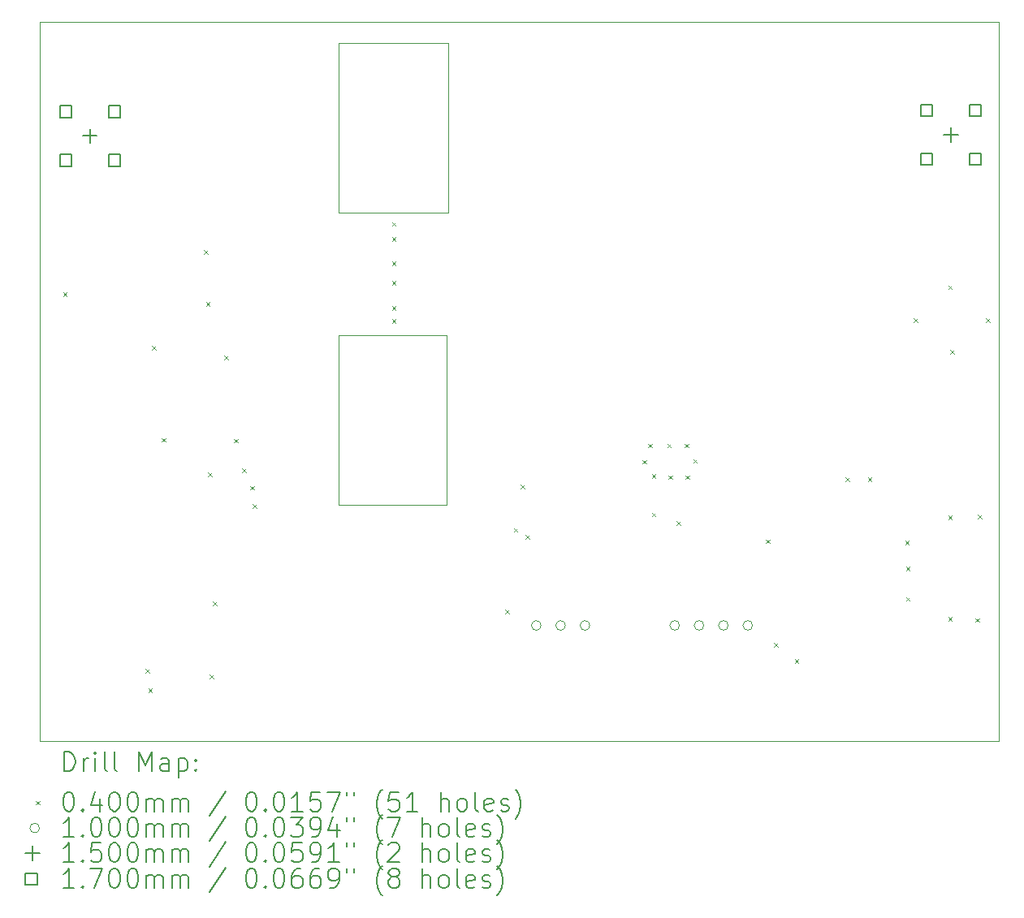
<source format=gbr>
%FSLAX45Y45*%
G04 Gerber Fmt 4.5, Leading zero omitted, Abs format (unit mm)*
G04 Created by KiCad (PCBNEW (6.0.1)) date 2022-01-26 11:25:28*
%MOMM*%
%LPD*%
G01*
G04 APERTURE LIST*
%TA.AperFunction,Profile*%
%ADD10C,0.100000*%
%TD*%
%ADD11C,0.200000*%
%ADD12C,0.040000*%
%ADD13C,0.100000*%
%ADD14C,0.150000*%
%ADD15C,0.170000*%
G04 APERTURE END LIST*
D10*
X4570000Y-15250000D02*
X14570000Y-15250000D01*
X14570000Y-15250000D02*
X14570000Y-7750000D01*
X14570000Y-7750000D02*
X4570000Y-7750000D01*
X4570000Y-7750000D02*
X4570000Y-15250000D01*
X7683500Y-9743440D02*
X8823960Y-9743440D01*
X8823960Y-9743440D02*
X8823960Y-7967980D01*
X8823960Y-7967980D02*
X7683500Y-7967980D01*
X7683500Y-7967980D02*
X7683500Y-9743440D01*
X7683500Y-11015980D02*
X8813800Y-11015980D01*
X8813800Y-11015980D02*
X8813800Y-12786360D01*
X8813800Y-12786360D02*
X7683500Y-12786360D01*
X7683500Y-12786360D02*
X7683500Y-11015980D01*
D11*
D12*
X4810000Y-10570000D02*
X4850000Y-10610000D01*
X4850000Y-10570000D02*
X4810000Y-10610000D01*
X5670000Y-14500000D02*
X5710000Y-14540000D01*
X5710000Y-14500000D02*
X5670000Y-14540000D01*
X5700000Y-14700000D02*
X5740000Y-14740000D01*
X5740000Y-14700000D02*
X5700000Y-14740000D01*
X5740000Y-11130000D02*
X5780000Y-11170000D01*
X5780000Y-11130000D02*
X5740000Y-11170000D01*
X5840000Y-12090000D02*
X5880000Y-12130000D01*
X5880000Y-12090000D02*
X5840000Y-12130000D01*
X6280000Y-10130000D02*
X6320000Y-10170000D01*
X6320000Y-10130000D02*
X6280000Y-10170000D01*
X6300000Y-10670000D02*
X6340000Y-10710000D01*
X6340000Y-10670000D02*
X6300000Y-10710000D01*
X6320000Y-12450000D02*
X6360000Y-12490000D01*
X6360000Y-12450000D02*
X6320000Y-12490000D01*
X6340000Y-14560000D02*
X6380000Y-14600000D01*
X6380000Y-14560000D02*
X6340000Y-14600000D01*
X6370000Y-13800000D02*
X6410000Y-13840000D01*
X6410000Y-13800000D02*
X6370000Y-13840000D01*
X6490000Y-11230000D02*
X6530000Y-11270000D01*
X6530000Y-11230000D02*
X6490000Y-11270000D01*
X6590000Y-12100000D02*
X6630000Y-12140000D01*
X6630000Y-12100000D02*
X6590000Y-12140000D01*
X6680000Y-12410000D02*
X6720000Y-12450000D01*
X6720000Y-12410000D02*
X6680000Y-12450000D01*
X6760000Y-12590000D02*
X6800000Y-12630000D01*
X6800000Y-12590000D02*
X6760000Y-12630000D01*
X6790000Y-12780000D02*
X6830000Y-12820000D01*
X6830000Y-12780000D02*
X6790000Y-12820000D01*
X8240000Y-9840000D02*
X8280000Y-9880000D01*
X8280000Y-9840000D02*
X8240000Y-9880000D01*
X8240000Y-9996750D02*
X8280000Y-10036750D01*
X8280000Y-9996750D02*
X8240000Y-10036750D01*
X8240000Y-10250000D02*
X8280000Y-10290000D01*
X8280000Y-10250000D02*
X8240000Y-10290000D01*
X8240000Y-10450000D02*
X8280000Y-10490000D01*
X8280000Y-10450000D02*
X8240000Y-10490000D01*
X8240000Y-10713250D02*
X8280000Y-10753250D01*
X8280000Y-10713250D02*
X8240000Y-10753250D01*
X8240000Y-10850000D02*
X8280000Y-10890000D01*
X8280000Y-10850000D02*
X8240000Y-10890000D01*
X9420000Y-13880000D02*
X9460000Y-13920000D01*
X9460000Y-13880000D02*
X9420000Y-13920000D01*
X9510000Y-13030000D02*
X9550000Y-13070000D01*
X9550000Y-13030000D02*
X9510000Y-13070000D01*
X9580000Y-12580000D02*
X9620000Y-12620000D01*
X9620000Y-12580000D02*
X9580000Y-12620000D01*
X9630000Y-13100000D02*
X9670000Y-13140000D01*
X9670000Y-13100000D02*
X9630000Y-13140000D01*
X10850000Y-12320000D02*
X10890000Y-12360000D01*
X10890000Y-12320000D02*
X10850000Y-12360000D01*
X10910000Y-12150000D02*
X10950000Y-12190000D01*
X10950000Y-12150000D02*
X10910000Y-12190000D01*
X10950000Y-12470000D02*
X10990000Y-12510000D01*
X10990000Y-12470000D02*
X10950000Y-12510000D01*
X10950000Y-12870000D02*
X10990000Y-12910000D01*
X10990000Y-12870000D02*
X10950000Y-12910000D01*
X11110000Y-12150000D02*
X11150000Y-12190000D01*
X11150000Y-12150000D02*
X11110000Y-12190000D01*
X11120000Y-12480000D02*
X11160000Y-12520000D01*
X11160000Y-12480000D02*
X11120000Y-12520000D01*
X11210000Y-12960000D02*
X11250000Y-13000000D01*
X11250000Y-12960000D02*
X11210000Y-13000000D01*
X11290000Y-12150000D02*
X11330000Y-12190000D01*
X11330000Y-12150000D02*
X11290000Y-12190000D01*
X11300000Y-12480000D02*
X11340000Y-12520000D01*
X11340000Y-12480000D02*
X11300000Y-12520000D01*
X11380000Y-12310000D02*
X11420000Y-12350000D01*
X11420000Y-12310000D02*
X11380000Y-12350000D01*
X12140000Y-13150000D02*
X12180000Y-13190000D01*
X12180000Y-13150000D02*
X12140000Y-13190000D01*
X12222800Y-14227200D02*
X12262800Y-14267200D01*
X12262800Y-14227200D02*
X12222800Y-14267200D01*
X12440000Y-14400000D02*
X12480000Y-14440000D01*
X12480000Y-14400000D02*
X12440000Y-14440000D01*
X12970000Y-12500000D02*
X13010000Y-12540000D01*
X13010000Y-12500000D02*
X12970000Y-12540000D01*
X13200000Y-12500000D02*
X13240000Y-12540000D01*
X13240000Y-12500000D02*
X13200000Y-12540000D01*
X13590000Y-13160000D02*
X13630000Y-13200000D01*
X13630000Y-13160000D02*
X13590000Y-13200000D01*
X13600000Y-13430000D02*
X13640000Y-13470000D01*
X13640000Y-13430000D02*
X13600000Y-13470000D01*
X13600000Y-13750000D02*
X13640000Y-13790000D01*
X13640000Y-13750000D02*
X13600000Y-13790000D01*
X13680000Y-10840000D02*
X13720000Y-10880000D01*
X13720000Y-10840000D02*
X13680000Y-10880000D01*
X14040000Y-10500000D02*
X14080000Y-10540000D01*
X14080000Y-10500000D02*
X14040000Y-10540000D01*
X14040000Y-12900000D02*
X14080000Y-12940000D01*
X14080000Y-12900000D02*
X14040000Y-12940000D01*
X14040000Y-13960000D02*
X14080000Y-14000000D01*
X14080000Y-13960000D02*
X14040000Y-14000000D01*
X14060000Y-11170000D02*
X14100000Y-11210000D01*
X14100000Y-11170000D02*
X14060000Y-11210000D01*
X14320000Y-13970000D02*
X14360000Y-14010000D01*
X14360000Y-13970000D02*
X14320000Y-14010000D01*
X14350000Y-12890000D02*
X14390000Y-12930000D01*
X14390000Y-12890000D02*
X14350000Y-12930000D01*
X14430000Y-10840000D02*
X14470000Y-10880000D01*
X14470000Y-10840000D02*
X14430000Y-10880000D01*
D13*
X9794500Y-14046250D02*
G75*
G03*
X9794500Y-14046250I-50000J0D01*
G01*
X10048500Y-14046250D02*
G75*
G03*
X10048500Y-14046250I-50000J0D01*
G01*
X10302500Y-14046250D02*
G75*
G03*
X10302500Y-14046250I-50000J0D01*
G01*
X11238000Y-14046250D02*
G75*
G03*
X11238000Y-14046250I-50000J0D01*
G01*
X11492000Y-14046250D02*
G75*
G03*
X11492000Y-14046250I-50000J0D01*
G01*
X11746000Y-14046250D02*
G75*
G03*
X11746000Y-14046250I-50000J0D01*
G01*
X12000000Y-14046250D02*
G75*
G03*
X12000000Y-14046250I-50000J0D01*
G01*
D14*
X5090000Y-8865000D02*
X5090000Y-9015000D01*
X5015000Y-8940000D02*
X5165000Y-8940000D01*
X14070000Y-8855000D02*
X14070000Y-9005000D01*
X13995000Y-8930000D02*
X14145000Y-8930000D01*
D15*
X4896105Y-8746105D02*
X4896105Y-8625895D01*
X4775895Y-8625895D01*
X4775895Y-8746105D01*
X4896105Y-8746105D01*
X4896105Y-9254105D02*
X4896105Y-9133895D01*
X4775895Y-9133895D01*
X4775895Y-9254105D01*
X4896105Y-9254105D01*
X5404105Y-8746105D02*
X5404105Y-8625895D01*
X5283895Y-8625895D01*
X5283895Y-8746105D01*
X5404105Y-8746105D01*
X5404105Y-9254105D02*
X5404105Y-9133895D01*
X5283895Y-9133895D01*
X5283895Y-9254105D01*
X5404105Y-9254105D01*
X13876105Y-8736105D02*
X13876105Y-8615895D01*
X13755895Y-8615895D01*
X13755895Y-8736105D01*
X13876105Y-8736105D01*
X13876105Y-9244105D02*
X13876105Y-9123895D01*
X13755895Y-9123895D01*
X13755895Y-9244105D01*
X13876105Y-9244105D01*
X14384105Y-8736105D02*
X14384105Y-8615895D01*
X14263895Y-8615895D01*
X14263895Y-8736105D01*
X14384105Y-8736105D01*
X14384105Y-9244105D02*
X14384105Y-9123895D01*
X14263895Y-9123895D01*
X14263895Y-9244105D01*
X14384105Y-9244105D01*
D11*
X4822619Y-15565476D02*
X4822619Y-15365476D01*
X4870238Y-15365476D01*
X4898810Y-15375000D01*
X4917857Y-15394048D01*
X4927381Y-15413095D01*
X4936905Y-15451190D01*
X4936905Y-15479762D01*
X4927381Y-15517857D01*
X4917857Y-15536905D01*
X4898810Y-15555952D01*
X4870238Y-15565476D01*
X4822619Y-15565476D01*
X5022619Y-15565476D02*
X5022619Y-15432143D01*
X5022619Y-15470238D02*
X5032143Y-15451190D01*
X5041667Y-15441667D01*
X5060714Y-15432143D01*
X5079762Y-15432143D01*
X5146429Y-15565476D02*
X5146429Y-15432143D01*
X5146429Y-15365476D02*
X5136905Y-15375000D01*
X5146429Y-15384524D01*
X5155952Y-15375000D01*
X5146429Y-15365476D01*
X5146429Y-15384524D01*
X5270238Y-15565476D02*
X5251190Y-15555952D01*
X5241667Y-15536905D01*
X5241667Y-15365476D01*
X5375000Y-15565476D02*
X5355952Y-15555952D01*
X5346429Y-15536905D01*
X5346429Y-15365476D01*
X5603571Y-15565476D02*
X5603571Y-15365476D01*
X5670238Y-15508333D01*
X5736905Y-15365476D01*
X5736905Y-15565476D01*
X5917857Y-15565476D02*
X5917857Y-15460714D01*
X5908333Y-15441667D01*
X5889286Y-15432143D01*
X5851190Y-15432143D01*
X5832143Y-15441667D01*
X5917857Y-15555952D02*
X5898809Y-15565476D01*
X5851190Y-15565476D01*
X5832143Y-15555952D01*
X5822619Y-15536905D01*
X5822619Y-15517857D01*
X5832143Y-15498809D01*
X5851190Y-15489286D01*
X5898809Y-15489286D01*
X5917857Y-15479762D01*
X6013095Y-15432143D02*
X6013095Y-15632143D01*
X6013095Y-15441667D02*
X6032143Y-15432143D01*
X6070238Y-15432143D01*
X6089286Y-15441667D01*
X6098809Y-15451190D01*
X6108333Y-15470238D01*
X6108333Y-15527381D01*
X6098809Y-15546428D01*
X6089286Y-15555952D01*
X6070238Y-15565476D01*
X6032143Y-15565476D01*
X6013095Y-15555952D01*
X6194048Y-15546428D02*
X6203571Y-15555952D01*
X6194048Y-15565476D01*
X6184524Y-15555952D01*
X6194048Y-15546428D01*
X6194048Y-15565476D01*
X6194048Y-15441667D02*
X6203571Y-15451190D01*
X6194048Y-15460714D01*
X6184524Y-15451190D01*
X6194048Y-15441667D01*
X6194048Y-15460714D01*
D12*
X4525000Y-15875000D02*
X4565000Y-15915000D01*
X4565000Y-15875000D02*
X4525000Y-15915000D01*
D11*
X4860714Y-15785476D02*
X4879762Y-15785476D01*
X4898810Y-15795000D01*
X4908333Y-15804524D01*
X4917857Y-15823571D01*
X4927381Y-15861667D01*
X4927381Y-15909286D01*
X4917857Y-15947381D01*
X4908333Y-15966428D01*
X4898810Y-15975952D01*
X4879762Y-15985476D01*
X4860714Y-15985476D01*
X4841667Y-15975952D01*
X4832143Y-15966428D01*
X4822619Y-15947381D01*
X4813095Y-15909286D01*
X4813095Y-15861667D01*
X4822619Y-15823571D01*
X4832143Y-15804524D01*
X4841667Y-15795000D01*
X4860714Y-15785476D01*
X5013095Y-15966428D02*
X5022619Y-15975952D01*
X5013095Y-15985476D01*
X5003571Y-15975952D01*
X5013095Y-15966428D01*
X5013095Y-15985476D01*
X5194048Y-15852143D02*
X5194048Y-15985476D01*
X5146429Y-15775952D02*
X5098810Y-15918809D01*
X5222619Y-15918809D01*
X5336905Y-15785476D02*
X5355952Y-15785476D01*
X5375000Y-15795000D01*
X5384524Y-15804524D01*
X5394048Y-15823571D01*
X5403571Y-15861667D01*
X5403571Y-15909286D01*
X5394048Y-15947381D01*
X5384524Y-15966428D01*
X5375000Y-15975952D01*
X5355952Y-15985476D01*
X5336905Y-15985476D01*
X5317857Y-15975952D01*
X5308333Y-15966428D01*
X5298810Y-15947381D01*
X5289286Y-15909286D01*
X5289286Y-15861667D01*
X5298810Y-15823571D01*
X5308333Y-15804524D01*
X5317857Y-15795000D01*
X5336905Y-15785476D01*
X5527381Y-15785476D02*
X5546429Y-15785476D01*
X5565476Y-15795000D01*
X5575000Y-15804524D01*
X5584524Y-15823571D01*
X5594048Y-15861667D01*
X5594048Y-15909286D01*
X5584524Y-15947381D01*
X5575000Y-15966428D01*
X5565476Y-15975952D01*
X5546429Y-15985476D01*
X5527381Y-15985476D01*
X5508333Y-15975952D01*
X5498810Y-15966428D01*
X5489286Y-15947381D01*
X5479762Y-15909286D01*
X5479762Y-15861667D01*
X5489286Y-15823571D01*
X5498810Y-15804524D01*
X5508333Y-15795000D01*
X5527381Y-15785476D01*
X5679762Y-15985476D02*
X5679762Y-15852143D01*
X5679762Y-15871190D02*
X5689286Y-15861667D01*
X5708333Y-15852143D01*
X5736905Y-15852143D01*
X5755952Y-15861667D01*
X5765476Y-15880714D01*
X5765476Y-15985476D01*
X5765476Y-15880714D02*
X5775000Y-15861667D01*
X5794048Y-15852143D01*
X5822619Y-15852143D01*
X5841667Y-15861667D01*
X5851190Y-15880714D01*
X5851190Y-15985476D01*
X5946428Y-15985476D02*
X5946428Y-15852143D01*
X5946428Y-15871190D02*
X5955952Y-15861667D01*
X5975000Y-15852143D01*
X6003571Y-15852143D01*
X6022619Y-15861667D01*
X6032143Y-15880714D01*
X6032143Y-15985476D01*
X6032143Y-15880714D02*
X6041667Y-15861667D01*
X6060714Y-15852143D01*
X6089286Y-15852143D01*
X6108333Y-15861667D01*
X6117857Y-15880714D01*
X6117857Y-15985476D01*
X6508333Y-15775952D02*
X6336905Y-16033095D01*
X6765476Y-15785476D02*
X6784524Y-15785476D01*
X6803571Y-15795000D01*
X6813095Y-15804524D01*
X6822619Y-15823571D01*
X6832143Y-15861667D01*
X6832143Y-15909286D01*
X6822619Y-15947381D01*
X6813095Y-15966428D01*
X6803571Y-15975952D01*
X6784524Y-15985476D01*
X6765476Y-15985476D01*
X6746428Y-15975952D01*
X6736905Y-15966428D01*
X6727381Y-15947381D01*
X6717857Y-15909286D01*
X6717857Y-15861667D01*
X6727381Y-15823571D01*
X6736905Y-15804524D01*
X6746428Y-15795000D01*
X6765476Y-15785476D01*
X6917857Y-15966428D02*
X6927381Y-15975952D01*
X6917857Y-15985476D01*
X6908333Y-15975952D01*
X6917857Y-15966428D01*
X6917857Y-15985476D01*
X7051190Y-15785476D02*
X7070238Y-15785476D01*
X7089286Y-15795000D01*
X7098809Y-15804524D01*
X7108333Y-15823571D01*
X7117857Y-15861667D01*
X7117857Y-15909286D01*
X7108333Y-15947381D01*
X7098809Y-15966428D01*
X7089286Y-15975952D01*
X7070238Y-15985476D01*
X7051190Y-15985476D01*
X7032143Y-15975952D01*
X7022619Y-15966428D01*
X7013095Y-15947381D01*
X7003571Y-15909286D01*
X7003571Y-15861667D01*
X7013095Y-15823571D01*
X7022619Y-15804524D01*
X7032143Y-15795000D01*
X7051190Y-15785476D01*
X7308333Y-15985476D02*
X7194048Y-15985476D01*
X7251190Y-15985476D02*
X7251190Y-15785476D01*
X7232143Y-15814048D01*
X7213095Y-15833095D01*
X7194048Y-15842619D01*
X7489286Y-15785476D02*
X7394048Y-15785476D01*
X7384524Y-15880714D01*
X7394048Y-15871190D01*
X7413095Y-15861667D01*
X7460714Y-15861667D01*
X7479762Y-15871190D01*
X7489286Y-15880714D01*
X7498809Y-15899762D01*
X7498809Y-15947381D01*
X7489286Y-15966428D01*
X7479762Y-15975952D01*
X7460714Y-15985476D01*
X7413095Y-15985476D01*
X7394048Y-15975952D01*
X7384524Y-15966428D01*
X7565476Y-15785476D02*
X7698809Y-15785476D01*
X7613095Y-15985476D01*
X7765476Y-15785476D02*
X7765476Y-15823571D01*
X7841667Y-15785476D02*
X7841667Y-15823571D01*
X8136905Y-16061667D02*
X8127381Y-16052143D01*
X8108333Y-16023571D01*
X8098809Y-16004524D01*
X8089286Y-15975952D01*
X8079762Y-15928333D01*
X8079762Y-15890238D01*
X8089286Y-15842619D01*
X8098809Y-15814048D01*
X8108333Y-15795000D01*
X8127381Y-15766428D01*
X8136905Y-15756905D01*
X8308333Y-15785476D02*
X8213095Y-15785476D01*
X8203571Y-15880714D01*
X8213095Y-15871190D01*
X8232143Y-15861667D01*
X8279762Y-15861667D01*
X8298809Y-15871190D01*
X8308333Y-15880714D01*
X8317857Y-15899762D01*
X8317857Y-15947381D01*
X8308333Y-15966428D01*
X8298809Y-15975952D01*
X8279762Y-15985476D01*
X8232143Y-15985476D01*
X8213095Y-15975952D01*
X8203571Y-15966428D01*
X8508333Y-15985476D02*
X8394048Y-15985476D01*
X8451190Y-15985476D02*
X8451190Y-15785476D01*
X8432143Y-15814048D01*
X8413095Y-15833095D01*
X8394048Y-15842619D01*
X8746429Y-15985476D02*
X8746429Y-15785476D01*
X8832143Y-15985476D02*
X8832143Y-15880714D01*
X8822619Y-15861667D01*
X8803571Y-15852143D01*
X8775000Y-15852143D01*
X8755952Y-15861667D01*
X8746429Y-15871190D01*
X8955952Y-15985476D02*
X8936905Y-15975952D01*
X8927381Y-15966428D01*
X8917857Y-15947381D01*
X8917857Y-15890238D01*
X8927381Y-15871190D01*
X8936905Y-15861667D01*
X8955952Y-15852143D01*
X8984524Y-15852143D01*
X9003571Y-15861667D01*
X9013095Y-15871190D01*
X9022619Y-15890238D01*
X9022619Y-15947381D01*
X9013095Y-15966428D01*
X9003571Y-15975952D01*
X8984524Y-15985476D01*
X8955952Y-15985476D01*
X9136905Y-15985476D02*
X9117857Y-15975952D01*
X9108333Y-15956905D01*
X9108333Y-15785476D01*
X9289286Y-15975952D02*
X9270238Y-15985476D01*
X9232143Y-15985476D01*
X9213095Y-15975952D01*
X9203571Y-15956905D01*
X9203571Y-15880714D01*
X9213095Y-15861667D01*
X9232143Y-15852143D01*
X9270238Y-15852143D01*
X9289286Y-15861667D01*
X9298810Y-15880714D01*
X9298810Y-15899762D01*
X9203571Y-15918809D01*
X9375000Y-15975952D02*
X9394048Y-15985476D01*
X9432143Y-15985476D01*
X9451190Y-15975952D01*
X9460714Y-15956905D01*
X9460714Y-15947381D01*
X9451190Y-15928333D01*
X9432143Y-15918809D01*
X9403571Y-15918809D01*
X9384524Y-15909286D01*
X9375000Y-15890238D01*
X9375000Y-15880714D01*
X9384524Y-15861667D01*
X9403571Y-15852143D01*
X9432143Y-15852143D01*
X9451190Y-15861667D01*
X9527381Y-16061667D02*
X9536905Y-16052143D01*
X9555952Y-16023571D01*
X9565476Y-16004524D01*
X9575000Y-15975952D01*
X9584524Y-15928333D01*
X9584524Y-15890238D01*
X9575000Y-15842619D01*
X9565476Y-15814048D01*
X9555952Y-15795000D01*
X9536905Y-15766428D01*
X9527381Y-15756905D01*
D13*
X4565000Y-16159000D02*
G75*
G03*
X4565000Y-16159000I-50000J0D01*
G01*
D11*
X4927381Y-16249476D02*
X4813095Y-16249476D01*
X4870238Y-16249476D02*
X4870238Y-16049476D01*
X4851190Y-16078048D01*
X4832143Y-16097095D01*
X4813095Y-16106619D01*
X5013095Y-16230428D02*
X5022619Y-16239952D01*
X5013095Y-16249476D01*
X5003571Y-16239952D01*
X5013095Y-16230428D01*
X5013095Y-16249476D01*
X5146429Y-16049476D02*
X5165476Y-16049476D01*
X5184524Y-16059000D01*
X5194048Y-16068524D01*
X5203571Y-16087571D01*
X5213095Y-16125667D01*
X5213095Y-16173286D01*
X5203571Y-16211381D01*
X5194048Y-16230428D01*
X5184524Y-16239952D01*
X5165476Y-16249476D01*
X5146429Y-16249476D01*
X5127381Y-16239952D01*
X5117857Y-16230428D01*
X5108333Y-16211381D01*
X5098810Y-16173286D01*
X5098810Y-16125667D01*
X5108333Y-16087571D01*
X5117857Y-16068524D01*
X5127381Y-16059000D01*
X5146429Y-16049476D01*
X5336905Y-16049476D02*
X5355952Y-16049476D01*
X5375000Y-16059000D01*
X5384524Y-16068524D01*
X5394048Y-16087571D01*
X5403571Y-16125667D01*
X5403571Y-16173286D01*
X5394048Y-16211381D01*
X5384524Y-16230428D01*
X5375000Y-16239952D01*
X5355952Y-16249476D01*
X5336905Y-16249476D01*
X5317857Y-16239952D01*
X5308333Y-16230428D01*
X5298810Y-16211381D01*
X5289286Y-16173286D01*
X5289286Y-16125667D01*
X5298810Y-16087571D01*
X5308333Y-16068524D01*
X5317857Y-16059000D01*
X5336905Y-16049476D01*
X5527381Y-16049476D02*
X5546429Y-16049476D01*
X5565476Y-16059000D01*
X5575000Y-16068524D01*
X5584524Y-16087571D01*
X5594048Y-16125667D01*
X5594048Y-16173286D01*
X5584524Y-16211381D01*
X5575000Y-16230428D01*
X5565476Y-16239952D01*
X5546429Y-16249476D01*
X5527381Y-16249476D01*
X5508333Y-16239952D01*
X5498810Y-16230428D01*
X5489286Y-16211381D01*
X5479762Y-16173286D01*
X5479762Y-16125667D01*
X5489286Y-16087571D01*
X5498810Y-16068524D01*
X5508333Y-16059000D01*
X5527381Y-16049476D01*
X5679762Y-16249476D02*
X5679762Y-16116143D01*
X5679762Y-16135190D02*
X5689286Y-16125667D01*
X5708333Y-16116143D01*
X5736905Y-16116143D01*
X5755952Y-16125667D01*
X5765476Y-16144714D01*
X5765476Y-16249476D01*
X5765476Y-16144714D02*
X5775000Y-16125667D01*
X5794048Y-16116143D01*
X5822619Y-16116143D01*
X5841667Y-16125667D01*
X5851190Y-16144714D01*
X5851190Y-16249476D01*
X5946428Y-16249476D02*
X5946428Y-16116143D01*
X5946428Y-16135190D02*
X5955952Y-16125667D01*
X5975000Y-16116143D01*
X6003571Y-16116143D01*
X6022619Y-16125667D01*
X6032143Y-16144714D01*
X6032143Y-16249476D01*
X6032143Y-16144714D02*
X6041667Y-16125667D01*
X6060714Y-16116143D01*
X6089286Y-16116143D01*
X6108333Y-16125667D01*
X6117857Y-16144714D01*
X6117857Y-16249476D01*
X6508333Y-16039952D02*
X6336905Y-16297095D01*
X6765476Y-16049476D02*
X6784524Y-16049476D01*
X6803571Y-16059000D01*
X6813095Y-16068524D01*
X6822619Y-16087571D01*
X6832143Y-16125667D01*
X6832143Y-16173286D01*
X6822619Y-16211381D01*
X6813095Y-16230428D01*
X6803571Y-16239952D01*
X6784524Y-16249476D01*
X6765476Y-16249476D01*
X6746428Y-16239952D01*
X6736905Y-16230428D01*
X6727381Y-16211381D01*
X6717857Y-16173286D01*
X6717857Y-16125667D01*
X6727381Y-16087571D01*
X6736905Y-16068524D01*
X6746428Y-16059000D01*
X6765476Y-16049476D01*
X6917857Y-16230428D02*
X6927381Y-16239952D01*
X6917857Y-16249476D01*
X6908333Y-16239952D01*
X6917857Y-16230428D01*
X6917857Y-16249476D01*
X7051190Y-16049476D02*
X7070238Y-16049476D01*
X7089286Y-16059000D01*
X7098809Y-16068524D01*
X7108333Y-16087571D01*
X7117857Y-16125667D01*
X7117857Y-16173286D01*
X7108333Y-16211381D01*
X7098809Y-16230428D01*
X7089286Y-16239952D01*
X7070238Y-16249476D01*
X7051190Y-16249476D01*
X7032143Y-16239952D01*
X7022619Y-16230428D01*
X7013095Y-16211381D01*
X7003571Y-16173286D01*
X7003571Y-16125667D01*
X7013095Y-16087571D01*
X7022619Y-16068524D01*
X7032143Y-16059000D01*
X7051190Y-16049476D01*
X7184524Y-16049476D02*
X7308333Y-16049476D01*
X7241667Y-16125667D01*
X7270238Y-16125667D01*
X7289286Y-16135190D01*
X7298809Y-16144714D01*
X7308333Y-16163762D01*
X7308333Y-16211381D01*
X7298809Y-16230428D01*
X7289286Y-16239952D01*
X7270238Y-16249476D01*
X7213095Y-16249476D01*
X7194048Y-16239952D01*
X7184524Y-16230428D01*
X7403571Y-16249476D02*
X7441667Y-16249476D01*
X7460714Y-16239952D01*
X7470238Y-16230428D01*
X7489286Y-16201857D01*
X7498809Y-16163762D01*
X7498809Y-16087571D01*
X7489286Y-16068524D01*
X7479762Y-16059000D01*
X7460714Y-16049476D01*
X7422619Y-16049476D01*
X7403571Y-16059000D01*
X7394048Y-16068524D01*
X7384524Y-16087571D01*
X7384524Y-16135190D01*
X7394048Y-16154238D01*
X7403571Y-16163762D01*
X7422619Y-16173286D01*
X7460714Y-16173286D01*
X7479762Y-16163762D01*
X7489286Y-16154238D01*
X7498809Y-16135190D01*
X7670238Y-16116143D02*
X7670238Y-16249476D01*
X7622619Y-16039952D02*
X7575000Y-16182809D01*
X7698809Y-16182809D01*
X7765476Y-16049476D02*
X7765476Y-16087571D01*
X7841667Y-16049476D02*
X7841667Y-16087571D01*
X8136905Y-16325667D02*
X8127381Y-16316143D01*
X8108333Y-16287571D01*
X8098809Y-16268524D01*
X8089286Y-16239952D01*
X8079762Y-16192333D01*
X8079762Y-16154238D01*
X8089286Y-16106619D01*
X8098809Y-16078048D01*
X8108333Y-16059000D01*
X8127381Y-16030428D01*
X8136905Y-16020905D01*
X8194048Y-16049476D02*
X8327381Y-16049476D01*
X8241667Y-16249476D01*
X8555952Y-16249476D02*
X8555952Y-16049476D01*
X8641667Y-16249476D02*
X8641667Y-16144714D01*
X8632143Y-16125667D01*
X8613095Y-16116143D01*
X8584524Y-16116143D01*
X8565476Y-16125667D01*
X8555952Y-16135190D01*
X8765476Y-16249476D02*
X8746429Y-16239952D01*
X8736905Y-16230428D01*
X8727381Y-16211381D01*
X8727381Y-16154238D01*
X8736905Y-16135190D01*
X8746429Y-16125667D01*
X8765476Y-16116143D01*
X8794048Y-16116143D01*
X8813095Y-16125667D01*
X8822619Y-16135190D01*
X8832143Y-16154238D01*
X8832143Y-16211381D01*
X8822619Y-16230428D01*
X8813095Y-16239952D01*
X8794048Y-16249476D01*
X8765476Y-16249476D01*
X8946429Y-16249476D02*
X8927381Y-16239952D01*
X8917857Y-16220905D01*
X8917857Y-16049476D01*
X9098810Y-16239952D02*
X9079762Y-16249476D01*
X9041667Y-16249476D01*
X9022619Y-16239952D01*
X9013095Y-16220905D01*
X9013095Y-16144714D01*
X9022619Y-16125667D01*
X9041667Y-16116143D01*
X9079762Y-16116143D01*
X9098810Y-16125667D01*
X9108333Y-16144714D01*
X9108333Y-16163762D01*
X9013095Y-16182809D01*
X9184524Y-16239952D02*
X9203571Y-16249476D01*
X9241667Y-16249476D01*
X9260714Y-16239952D01*
X9270238Y-16220905D01*
X9270238Y-16211381D01*
X9260714Y-16192333D01*
X9241667Y-16182809D01*
X9213095Y-16182809D01*
X9194048Y-16173286D01*
X9184524Y-16154238D01*
X9184524Y-16144714D01*
X9194048Y-16125667D01*
X9213095Y-16116143D01*
X9241667Y-16116143D01*
X9260714Y-16125667D01*
X9336905Y-16325667D02*
X9346429Y-16316143D01*
X9365476Y-16287571D01*
X9375000Y-16268524D01*
X9384524Y-16239952D01*
X9394048Y-16192333D01*
X9394048Y-16154238D01*
X9384524Y-16106619D01*
X9375000Y-16078048D01*
X9365476Y-16059000D01*
X9346429Y-16030428D01*
X9336905Y-16020905D01*
D14*
X4490000Y-16348000D02*
X4490000Y-16498000D01*
X4415000Y-16423000D02*
X4565000Y-16423000D01*
D11*
X4927381Y-16513476D02*
X4813095Y-16513476D01*
X4870238Y-16513476D02*
X4870238Y-16313476D01*
X4851190Y-16342048D01*
X4832143Y-16361095D01*
X4813095Y-16370619D01*
X5013095Y-16494428D02*
X5022619Y-16503952D01*
X5013095Y-16513476D01*
X5003571Y-16503952D01*
X5013095Y-16494428D01*
X5013095Y-16513476D01*
X5203571Y-16313476D02*
X5108333Y-16313476D01*
X5098810Y-16408714D01*
X5108333Y-16399190D01*
X5127381Y-16389667D01*
X5175000Y-16389667D01*
X5194048Y-16399190D01*
X5203571Y-16408714D01*
X5213095Y-16427762D01*
X5213095Y-16475381D01*
X5203571Y-16494428D01*
X5194048Y-16503952D01*
X5175000Y-16513476D01*
X5127381Y-16513476D01*
X5108333Y-16503952D01*
X5098810Y-16494428D01*
X5336905Y-16313476D02*
X5355952Y-16313476D01*
X5375000Y-16323000D01*
X5384524Y-16332524D01*
X5394048Y-16351571D01*
X5403571Y-16389667D01*
X5403571Y-16437286D01*
X5394048Y-16475381D01*
X5384524Y-16494428D01*
X5375000Y-16503952D01*
X5355952Y-16513476D01*
X5336905Y-16513476D01*
X5317857Y-16503952D01*
X5308333Y-16494428D01*
X5298810Y-16475381D01*
X5289286Y-16437286D01*
X5289286Y-16389667D01*
X5298810Y-16351571D01*
X5308333Y-16332524D01*
X5317857Y-16323000D01*
X5336905Y-16313476D01*
X5527381Y-16313476D02*
X5546429Y-16313476D01*
X5565476Y-16323000D01*
X5575000Y-16332524D01*
X5584524Y-16351571D01*
X5594048Y-16389667D01*
X5594048Y-16437286D01*
X5584524Y-16475381D01*
X5575000Y-16494428D01*
X5565476Y-16503952D01*
X5546429Y-16513476D01*
X5527381Y-16513476D01*
X5508333Y-16503952D01*
X5498810Y-16494428D01*
X5489286Y-16475381D01*
X5479762Y-16437286D01*
X5479762Y-16389667D01*
X5489286Y-16351571D01*
X5498810Y-16332524D01*
X5508333Y-16323000D01*
X5527381Y-16313476D01*
X5679762Y-16513476D02*
X5679762Y-16380143D01*
X5679762Y-16399190D02*
X5689286Y-16389667D01*
X5708333Y-16380143D01*
X5736905Y-16380143D01*
X5755952Y-16389667D01*
X5765476Y-16408714D01*
X5765476Y-16513476D01*
X5765476Y-16408714D02*
X5775000Y-16389667D01*
X5794048Y-16380143D01*
X5822619Y-16380143D01*
X5841667Y-16389667D01*
X5851190Y-16408714D01*
X5851190Y-16513476D01*
X5946428Y-16513476D02*
X5946428Y-16380143D01*
X5946428Y-16399190D02*
X5955952Y-16389667D01*
X5975000Y-16380143D01*
X6003571Y-16380143D01*
X6022619Y-16389667D01*
X6032143Y-16408714D01*
X6032143Y-16513476D01*
X6032143Y-16408714D02*
X6041667Y-16389667D01*
X6060714Y-16380143D01*
X6089286Y-16380143D01*
X6108333Y-16389667D01*
X6117857Y-16408714D01*
X6117857Y-16513476D01*
X6508333Y-16303952D02*
X6336905Y-16561095D01*
X6765476Y-16313476D02*
X6784524Y-16313476D01*
X6803571Y-16323000D01*
X6813095Y-16332524D01*
X6822619Y-16351571D01*
X6832143Y-16389667D01*
X6832143Y-16437286D01*
X6822619Y-16475381D01*
X6813095Y-16494428D01*
X6803571Y-16503952D01*
X6784524Y-16513476D01*
X6765476Y-16513476D01*
X6746428Y-16503952D01*
X6736905Y-16494428D01*
X6727381Y-16475381D01*
X6717857Y-16437286D01*
X6717857Y-16389667D01*
X6727381Y-16351571D01*
X6736905Y-16332524D01*
X6746428Y-16323000D01*
X6765476Y-16313476D01*
X6917857Y-16494428D02*
X6927381Y-16503952D01*
X6917857Y-16513476D01*
X6908333Y-16503952D01*
X6917857Y-16494428D01*
X6917857Y-16513476D01*
X7051190Y-16313476D02*
X7070238Y-16313476D01*
X7089286Y-16323000D01*
X7098809Y-16332524D01*
X7108333Y-16351571D01*
X7117857Y-16389667D01*
X7117857Y-16437286D01*
X7108333Y-16475381D01*
X7098809Y-16494428D01*
X7089286Y-16503952D01*
X7070238Y-16513476D01*
X7051190Y-16513476D01*
X7032143Y-16503952D01*
X7022619Y-16494428D01*
X7013095Y-16475381D01*
X7003571Y-16437286D01*
X7003571Y-16389667D01*
X7013095Y-16351571D01*
X7022619Y-16332524D01*
X7032143Y-16323000D01*
X7051190Y-16313476D01*
X7298809Y-16313476D02*
X7203571Y-16313476D01*
X7194048Y-16408714D01*
X7203571Y-16399190D01*
X7222619Y-16389667D01*
X7270238Y-16389667D01*
X7289286Y-16399190D01*
X7298809Y-16408714D01*
X7308333Y-16427762D01*
X7308333Y-16475381D01*
X7298809Y-16494428D01*
X7289286Y-16503952D01*
X7270238Y-16513476D01*
X7222619Y-16513476D01*
X7203571Y-16503952D01*
X7194048Y-16494428D01*
X7403571Y-16513476D02*
X7441667Y-16513476D01*
X7460714Y-16503952D01*
X7470238Y-16494428D01*
X7489286Y-16465857D01*
X7498809Y-16427762D01*
X7498809Y-16351571D01*
X7489286Y-16332524D01*
X7479762Y-16323000D01*
X7460714Y-16313476D01*
X7422619Y-16313476D01*
X7403571Y-16323000D01*
X7394048Y-16332524D01*
X7384524Y-16351571D01*
X7384524Y-16399190D01*
X7394048Y-16418238D01*
X7403571Y-16427762D01*
X7422619Y-16437286D01*
X7460714Y-16437286D01*
X7479762Y-16427762D01*
X7489286Y-16418238D01*
X7498809Y-16399190D01*
X7689286Y-16513476D02*
X7575000Y-16513476D01*
X7632143Y-16513476D02*
X7632143Y-16313476D01*
X7613095Y-16342048D01*
X7594048Y-16361095D01*
X7575000Y-16370619D01*
X7765476Y-16313476D02*
X7765476Y-16351571D01*
X7841667Y-16313476D02*
X7841667Y-16351571D01*
X8136905Y-16589667D02*
X8127381Y-16580143D01*
X8108333Y-16551571D01*
X8098809Y-16532524D01*
X8089286Y-16503952D01*
X8079762Y-16456333D01*
X8079762Y-16418238D01*
X8089286Y-16370619D01*
X8098809Y-16342048D01*
X8108333Y-16323000D01*
X8127381Y-16294428D01*
X8136905Y-16284905D01*
X8203571Y-16332524D02*
X8213095Y-16323000D01*
X8232143Y-16313476D01*
X8279762Y-16313476D01*
X8298809Y-16323000D01*
X8308333Y-16332524D01*
X8317857Y-16351571D01*
X8317857Y-16370619D01*
X8308333Y-16399190D01*
X8194048Y-16513476D01*
X8317857Y-16513476D01*
X8555952Y-16513476D02*
X8555952Y-16313476D01*
X8641667Y-16513476D02*
X8641667Y-16408714D01*
X8632143Y-16389667D01*
X8613095Y-16380143D01*
X8584524Y-16380143D01*
X8565476Y-16389667D01*
X8555952Y-16399190D01*
X8765476Y-16513476D02*
X8746429Y-16503952D01*
X8736905Y-16494428D01*
X8727381Y-16475381D01*
X8727381Y-16418238D01*
X8736905Y-16399190D01*
X8746429Y-16389667D01*
X8765476Y-16380143D01*
X8794048Y-16380143D01*
X8813095Y-16389667D01*
X8822619Y-16399190D01*
X8832143Y-16418238D01*
X8832143Y-16475381D01*
X8822619Y-16494428D01*
X8813095Y-16503952D01*
X8794048Y-16513476D01*
X8765476Y-16513476D01*
X8946429Y-16513476D02*
X8927381Y-16503952D01*
X8917857Y-16484905D01*
X8917857Y-16313476D01*
X9098810Y-16503952D02*
X9079762Y-16513476D01*
X9041667Y-16513476D01*
X9022619Y-16503952D01*
X9013095Y-16484905D01*
X9013095Y-16408714D01*
X9022619Y-16389667D01*
X9041667Y-16380143D01*
X9079762Y-16380143D01*
X9098810Y-16389667D01*
X9108333Y-16408714D01*
X9108333Y-16427762D01*
X9013095Y-16446809D01*
X9184524Y-16503952D02*
X9203571Y-16513476D01*
X9241667Y-16513476D01*
X9260714Y-16503952D01*
X9270238Y-16484905D01*
X9270238Y-16475381D01*
X9260714Y-16456333D01*
X9241667Y-16446809D01*
X9213095Y-16446809D01*
X9194048Y-16437286D01*
X9184524Y-16418238D01*
X9184524Y-16408714D01*
X9194048Y-16389667D01*
X9213095Y-16380143D01*
X9241667Y-16380143D01*
X9260714Y-16389667D01*
X9336905Y-16589667D02*
X9346429Y-16580143D01*
X9365476Y-16551571D01*
X9375000Y-16532524D01*
X9384524Y-16503952D01*
X9394048Y-16456333D01*
X9394048Y-16418238D01*
X9384524Y-16370619D01*
X9375000Y-16342048D01*
X9365476Y-16323000D01*
X9346429Y-16294428D01*
X9336905Y-16284905D01*
D15*
X4540105Y-16753105D02*
X4540105Y-16632895D01*
X4419895Y-16632895D01*
X4419895Y-16753105D01*
X4540105Y-16753105D01*
D11*
X4927381Y-16783476D02*
X4813095Y-16783476D01*
X4870238Y-16783476D02*
X4870238Y-16583476D01*
X4851190Y-16612048D01*
X4832143Y-16631095D01*
X4813095Y-16640619D01*
X5013095Y-16764428D02*
X5022619Y-16773952D01*
X5013095Y-16783476D01*
X5003571Y-16773952D01*
X5013095Y-16764428D01*
X5013095Y-16783476D01*
X5089286Y-16583476D02*
X5222619Y-16583476D01*
X5136905Y-16783476D01*
X5336905Y-16583476D02*
X5355952Y-16583476D01*
X5375000Y-16593000D01*
X5384524Y-16602524D01*
X5394048Y-16621571D01*
X5403571Y-16659667D01*
X5403571Y-16707286D01*
X5394048Y-16745381D01*
X5384524Y-16764428D01*
X5375000Y-16773952D01*
X5355952Y-16783476D01*
X5336905Y-16783476D01*
X5317857Y-16773952D01*
X5308333Y-16764428D01*
X5298810Y-16745381D01*
X5289286Y-16707286D01*
X5289286Y-16659667D01*
X5298810Y-16621571D01*
X5308333Y-16602524D01*
X5317857Y-16593000D01*
X5336905Y-16583476D01*
X5527381Y-16583476D02*
X5546429Y-16583476D01*
X5565476Y-16593000D01*
X5575000Y-16602524D01*
X5584524Y-16621571D01*
X5594048Y-16659667D01*
X5594048Y-16707286D01*
X5584524Y-16745381D01*
X5575000Y-16764428D01*
X5565476Y-16773952D01*
X5546429Y-16783476D01*
X5527381Y-16783476D01*
X5508333Y-16773952D01*
X5498810Y-16764428D01*
X5489286Y-16745381D01*
X5479762Y-16707286D01*
X5479762Y-16659667D01*
X5489286Y-16621571D01*
X5498810Y-16602524D01*
X5508333Y-16593000D01*
X5527381Y-16583476D01*
X5679762Y-16783476D02*
X5679762Y-16650143D01*
X5679762Y-16669190D02*
X5689286Y-16659667D01*
X5708333Y-16650143D01*
X5736905Y-16650143D01*
X5755952Y-16659667D01*
X5765476Y-16678714D01*
X5765476Y-16783476D01*
X5765476Y-16678714D02*
X5775000Y-16659667D01*
X5794048Y-16650143D01*
X5822619Y-16650143D01*
X5841667Y-16659667D01*
X5851190Y-16678714D01*
X5851190Y-16783476D01*
X5946428Y-16783476D02*
X5946428Y-16650143D01*
X5946428Y-16669190D02*
X5955952Y-16659667D01*
X5975000Y-16650143D01*
X6003571Y-16650143D01*
X6022619Y-16659667D01*
X6032143Y-16678714D01*
X6032143Y-16783476D01*
X6032143Y-16678714D02*
X6041667Y-16659667D01*
X6060714Y-16650143D01*
X6089286Y-16650143D01*
X6108333Y-16659667D01*
X6117857Y-16678714D01*
X6117857Y-16783476D01*
X6508333Y-16573952D02*
X6336905Y-16831095D01*
X6765476Y-16583476D02*
X6784524Y-16583476D01*
X6803571Y-16593000D01*
X6813095Y-16602524D01*
X6822619Y-16621571D01*
X6832143Y-16659667D01*
X6832143Y-16707286D01*
X6822619Y-16745381D01*
X6813095Y-16764428D01*
X6803571Y-16773952D01*
X6784524Y-16783476D01*
X6765476Y-16783476D01*
X6746428Y-16773952D01*
X6736905Y-16764428D01*
X6727381Y-16745381D01*
X6717857Y-16707286D01*
X6717857Y-16659667D01*
X6727381Y-16621571D01*
X6736905Y-16602524D01*
X6746428Y-16593000D01*
X6765476Y-16583476D01*
X6917857Y-16764428D02*
X6927381Y-16773952D01*
X6917857Y-16783476D01*
X6908333Y-16773952D01*
X6917857Y-16764428D01*
X6917857Y-16783476D01*
X7051190Y-16583476D02*
X7070238Y-16583476D01*
X7089286Y-16593000D01*
X7098809Y-16602524D01*
X7108333Y-16621571D01*
X7117857Y-16659667D01*
X7117857Y-16707286D01*
X7108333Y-16745381D01*
X7098809Y-16764428D01*
X7089286Y-16773952D01*
X7070238Y-16783476D01*
X7051190Y-16783476D01*
X7032143Y-16773952D01*
X7022619Y-16764428D01*
X7013095Y-16745381D01*
X7003571Y-16707286D01*
X7003571Y-16659667D01*
X7013095Y-16621571D01*
X7022619Y-16602524D01*
X7032143Y-16593000D01*
X7051190Y-16583476D01*
X7289286Y-16583476D02*
X7251190Y-16583476D01*
X7232143Y-16593000D01*
X7222619Y-16602524D01*
X7203571Y-16631095D01*
X7194048Y-16669190D01*
X7194048Y-16745381D01*
X7203571Y-16764428D01*
X7213095Y-16773952D01*
X7232143Y-16783476D01*
X7270238Y-16783476D01*
X7289286Y-16773952D01*
X7298809Y-16764428D01*
X7308333Y-16745381D01*
X7308333Y-16697762D01*
X7298809Y-16678714D01*
X7289286Y-16669190D01*
X7270238Y-16659667D01*
X7232143Y-16659667D01*
X7213095Y-16669190D01*
X7203571Y-16678714D01*
X7194048Y-16697762D01*
X7479762Y-16583476D02*
X7441667Y-16583476D01*
X7422619Y-16593000D01*
X7413095Y-16602524D01*
X7394048Y-16631095D01*
X7384524Y-16669190D01*
X7384524Y-16745381D01*
X7394048Y-16764428D01*
X7403571Y-16773952D01*
X7422619Y-16783476D01*
X7460714Y-16783476D01*
X7479762Y-16773952D01*
X7489286Y-16764428D01*
X7498809Y-16745381D01*
X7498809Y-16697762D01*
X7489286Y-16678714D01*
X7479762Y-16669190D01*
X7460714Y-16659667D01*
X7422619Y-16659667D01*
X7403571Y-16669190D01*
X7394048Y-16678714D01*
X7384524Y-16697762D01*
X7594048Y-16783476D02*
X7632143Y-16783476D01*
X7651190Y-16773952D01*
X7660714Y-16764428D01*
X7679762Y-16735857D01*
X7689286Y-16697762D01*
X7689286Y-16621571D01*
X7679762Y-16602524D01*
X7670238Y-16593000D01*
X7651190Y-16583476D01*
X7613095Y-16583476D01*
X7594048Y-16593000D01*
X7584524Y-16602524D01*
X7575000Y-16621571D01*
X7575000Y-16669190D01*
X7584524Y-16688238D01*
X7594048Y-16697762D01*
X7613095Y-16707286D01*
X7651190Y-16707286D01*
X7670238Y-16697762D01*
X7679762Y-16688238D01*
X7689286Y-16669190D01*
X7765476Y-16583476D02*
X7765476Y-16621571D01*
X7841667Y-16583476D02*
X7841667Y-16621571D01*
X8136905Y-16859667D02*
X8127381Y-16850143D01*
X8108333Y-16821571D01*
X8098809Y-16802524D01*
X8089286Y-16773952D01*
X8079762Y-16726333D01*
X8079762Y-16688238D01*
X8089286Y-16640619D01*
X8098809Y-16612048D01*
X8108333Y-16593000D01*
X8127381Y-16564428D01*
X8136905Y-16554905D01*
X8241667Y-16669190D02*
X8222619Y-16659667D01*
X8213095Y-16650143D01*
X8203571Y-16631095D01*
X8203571Y-16621571D01*
X8213095Y-16602524D01*
X8222619Y-16593000D01*
X8241667Y-16583476D01*
X8279762Y-16583476D01*
X8298809Y-16593000D01*
X8308333Y-16602524D01*
X8317857Y-16621571D01*
X8317857Y-16631095D01*
X8308333Y-16650143D01*
X8298809Y-16659667D01*
X8279762Y-16669190D01*
X8241667Y-16669190D01*
X8222619Y-16678714D01*
X8213095Y-16688238D01*
X8203571Y-16707286D01*
X8203571Y-16745381D01*
X8213095Y-16764428D01*
X8222619Y-16773952D01*
X8241667Y-16783476D01*
X8279762Y-16783476D01*
X8298809Y-16773952D01*
X8308333Y-16764428D01*
X8317857Y-16745381D01*
X8317857Y-16707286D01*
X8308333Y-16688238D01*
X8298809Y-16678714D01*
X8279762Y-16669190D01*
X8555952Y-16783476D02*
X8555952Y-16583476D01*
X8641667Y-16783476D02*
X8641667Y-16678714D01*
X8632143Y-16659667D01*
X8613095Y-16650143D01*
X8584524Y-16650143D01*
X8565476Y-16659667D01*
X8555952Y-16669190D01*
X8765476Y-16783476D02*
X8746429Y-16773952D01*
X8736905Y-16764428D01*
X8727381Y-16745381D01*
X8727381Y-16688238D01*
X8736905Y-16669190D01*
X8746429Y-16659667D01*
X8765476Y-16650143D01*
X8794048Y-16650143D01*
X8813095Y-16659667D01*
X8822619Y-16669190D01*
X8832143Y-16688238D01*
X8832143Y-16745381D01*
X8822619Y-16764428D01*
X8813095Y-16773952D01*
X8794048Y-16783476D01*
X8765476Y-16783476D01*
X8946429Y-16783476D02*
X8927381Y-16773952D01*
X8917857Y-16754905D01*
X8917857Y-16583476D01*
X9098810Y-16773952D02*
X9079762Y-16783476D01*
X9041667Y-16783476D01*
X9022619Y-16773952D01*
X9013095Y-16754905D01*
X9013095Y-16678714D01*
X9022619Y-16659667D01*
X9041667Y-16650143D01*
X9079762Y-16650143D01*
X9098810Y-16659667D01*
X9108333Y-16678714D01*
X9108333Y-16697762D01*
X9013095Y-16716809D01*
X9184524Y-16773952D02*
X9203571Y-16783476D01*
X9241667Y-16783476D01*
X9260714Y-16773952D01*
X9270238Y-16754905D01*
X9270238Y-16745381D01*
X9260714Y-16726333D01*
X9241667Y-16716809D01*
X9213095Y-16716809D01*
X9194048Y-16707286D01*
X9184524Y-16688238D01*
X9184524Y-16678714D01*
X9194048Y-16659667D01*
X9213095Y-16650143D01*
X9241667Y-16650143D01*
X9260714Y-16659667D01*
X9336905Y-16859667D02*
X9346429Y-16850143D01*
X9365476Y-16821571D01*
X9375000Y-16802524D01*
X9384524Y-16773952D01*
X9394048Y-16726333D01*
X9394048Y-16688238D01*
X9384524Y-16640619D01*
X9375000Y-16612048D01*
X9365476Y-16593000D01*
X9346429Y-16564428D01*
X9336905Y-16554905D01*
M02*

</source>
